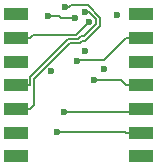
<source format=gbl>
G04 #@! TF.FileFunction,Copper,L4,Bot,Signal*
%FSLAX46Y46*%
G04 Gerber Fmt 4.6, Leading zero omitted, Abs format (unit mm)*
G04 Created by KiCad (PCBNEW 0.201604232031+6710~44~ubuntu14.04.1-product) date Wed 27 Apr 2016 13:06:26 BST*
%MOMM*%
%LPD*%
G01*
G04 APERTURE LIST*
%ADD10C,0.100000*%
%ADD11R,2.000000X1.000000*%
%ADD12C,0.600000*%
%ADD13C,0.200000*%
G04 APERTURE END LIST*
D10*
D11*
X86700000Y-50000000D03*
X86700000Y-48000000D03*
X86700000Y-46000000D03*
X86700000Y-44000000D03*
X86700000Y-42000000D03*
X86700000Y-40000000D03*
X86700000Y-38000000D03*
X97300000Y-38000000D03*
X97300000Y-40000000D03*
X97300000Y-42000000D03*
X97300000Y-44000000D03*
X97300000Y-46000000D03*
X97300000Y-48000000D03*
X97300000Y-50000000D03*
D12*
X95250000Y-38033227D03*
X92605501Y-41123685D03*
X93380000Y-43590000D03*
X90820000Y-46250000D03*
X90178000Y-47956800D03*
X91878400Y-41985400D03*
X94200000Y-42610000D03*
X89410000Y-38170000D03*
X91730000Y-38280000D03*
X89730000Y-42790000D03*
X90920000Y-37410000D03*
X92580000Y-37780000D03*
X92960000Y-38650000D03*
D13*
X93380000Y-43590000D02*
X95664700Y-43590000D01*
X95664700Y-43590000D02*
X96074700Y-44000000D01*
X96074700Y-44000000D02*
X97000000Y-44000000D01*
X91244264Y-46250000D02*
X90820000Y-46250000D01*
X96750000Y-46250000D02*
X91244264Y-46250000D01*
X97000000Y-46000000D02*
X96750000Y-46250000D01*
X97000000Y-48000000D02*
X96074700Y-48000000D01*
X96031500Y-47956800D02*
X90178000Y-47956800D01*
X96074700Y-48000000D02*
X96031500Y-47956800D01*
X97000000Y-40000000D02*
X96074700Y-40000000D01*
X91984500Y-41879300D02*
X91878400Y-41985400D01*
X94195400Y-41879300D02*
X91984500Y-41879300D01*
X96074700Y-40000000D02*
X94195400Y-41879300D01*
X89410000Y-38170000D02*
X89470000Y-38110000D01*
X89470000Y-38110000D02*
X90394600Y-38110000D01*
X91730000Y-38280000D02*
X90564600Y-38280000D01*
X90564600Y-38280000D02*
X90394600Y-38110000D01*
X89730000Y-42790000D02*
X89730000Y-42770000D01*
X90920000Y-37410000D02*
X91250000Y-37410000D01*
X91250000Y-37410000D02*
X91430500Y-37229500D01*
X93845100Y-38267800D02*
X93845100Y-38971700D01*
X88274600Y-43460000D02*
X88274600Y-45650700D01*
X91430500Y-37229500D02*
X92806800Y-37229500D01*
X92806800Y-37229500D02*
X93845100Y-38267800D01*
X93845100Y-38971700D02*
X92584300Y-40232500D01*
X91334578Y-40400022D02*
X88274600Y-43460000D01*
X92584300Y-40232500D02*
X92296768Y-40232500D01*
X92296768Y-40232500D02*
X92129246Y-40400022D01*
X92129246Y-40400022D02*
X91334578Y-40400022D01*
X88274600Y-45650700D02*
X87925300Y-46000000D01*
X87925300Y-46000000D02*
X87000000Y-46000000D01*
X91994623Y-40075011D02*
X91124989Y-40075011D01*
X92580000Y-37780000D02*
X92897100Y-37780000D01*
X92897100Y-37780000D02*
X93519700Y-38402600D01*
X93519700Y-38836900D02*
X92531589Y-39825011D01*
X93519700Y-38402600D02*
X93519700Y-38836900D01*
X92531589Y-39825011D02*
X92244623Y-39825011D01*
X92244623Y-39825011D02*
X91994623Y-40075011D01*
X91124989Y-40075011D02*
X87925300Y-43274700D01*
X87925300Y-43274700D02*
X87925300Y-44000000D01*
X87925300Y-44000000D02*
X87000000Y-44000000D01*
X87925300Y-40000000D02*
X87000000Y-40000000D01*
X91860000Y-39750000D02*
X88175300Y-39750000D01*
X92960000Y-38650000D02*
X91860000Y-39750000D01*
X88175300Y-39750000D02*
X87925300Y-40000000D01*
M02*

</source>
